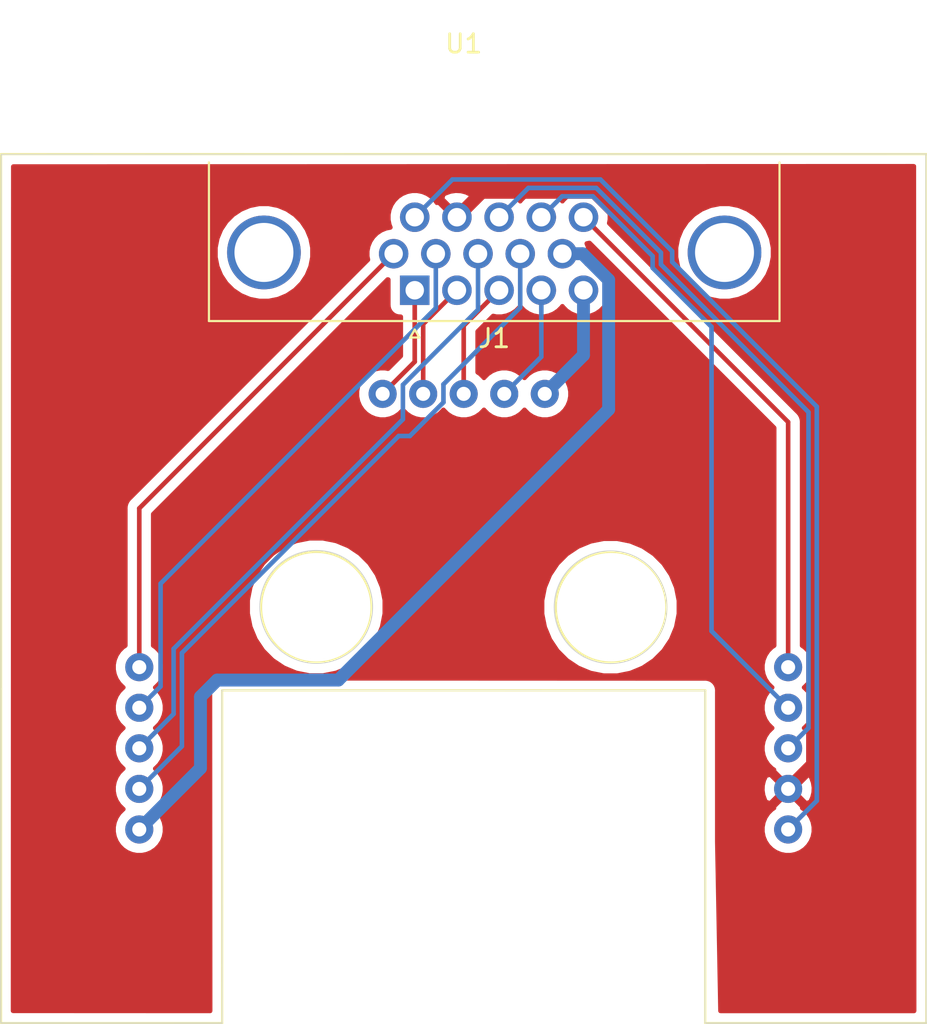
<source format=kicad_pcb>
(kicad_pcb (version 20171130) (host pcbnew 5.1.6-c6e7f7d~87~ubuntu20.04.1)

  (general
    (thickness 1.6)
    (drawings 10)
    (tracks 66)
    (zones 0)
    (modules 2)
    (nets 16)
  )

  (page A4)
  (layers
    (0 F.Cu signal)
    (31 B.Cu signal)
    (32 B.Adhes user)
    (33 F.Adhes user)
    (34 B.Paste user)
    (35 F.Paste user)
    (36 B.SilkS user)
    (37 F.SilkS user)
    (38 B.Mask user)
    (39 F.Mask user)
    (40 Dwgs.User user)
    (41 Cmts.User user)
    (42 Eco1.User user)
    (43 Eco2.User user)
    (44 Edge.Cuts user)
    (45 Margin user)
    (46 B.CrtYd user)
    (47 F.CrtYd user)
    (48 B.Fab user)
    (49 F.Fab user)
  )

  (setup
    (last_trace_width 0.25)
    (trace_clearance 0.2)
    (zone_clearance 0.508)
    (zone_45_only no)
    (trace_min 0.2)
    (via_size 0.8)
    (via_drill 0.4)
    (via_min_size 0.4)
    (via_min_drill 0.3)
    (uvia_size 0.3)
    (uvia_drill 0.1)
    (uvias_allowed no)
    (uvia_min_size 0.2)
    (uvia_min_drill 0.1)
    (edge_width 0.05)
    (segment_width 0.2)
    (pcb_text_width 0.3)
    (pcb_text_size 1.5 1.5)
    (mod_edge_width 0.12)
    (mod_text_size 1 1)
    (mod_text_width 0.15)
    (pad_size 1.524 1.524)
    (pad_drill 0.762)
    (pad_to_mask_clearance 0.05)
    (aux_axis_origin 0 0)
    (visible_elements FFFFFF7F)
    (pcbplotparams
      (layerselection 0x010fc_ffffffff)
      (usegerberextensions false)
      (usegerberattributes true)
      (usegerberadvancedattributes true)
      (creategerberjobfile true)
      (excludeedgelayer true)
      (linewidth 0.100000)
      (plotframeref false)
      (viasonmask false)
      (mode 1)
      (useauxorigin false)
      (hpglpennumber 1)
      (hpglpenspeed 20)
      (hpglpendiameter 15.000000)
      (psnegative false)
      (psa4output false)
      (plotreference true)
      (plotvalue true)
      (plotinvisibletext false)
      (padsonsilk false)
      (subtractmaskfromsilk false)
      (outputformat 1)
      (mirror false)
      (drillshape 1)
      (scaleselection 1)
      (outputdirectory ""))
  )

  (net 0 "")
  (net 1 A1A)
  (net 2 A2A)
  (net 3 A1B)
  (net 4 A2B)
  (net 5 +12V)
  (net 6 Z1A)
  (net 7 Z2A)
  (net 8 Z1B)
  (net 9 Z2B)
  (net 10 +3V3)
  (net 11 pwm)
  (net 12 GND)
  (net 13 limZ)
  (net 14 SCL)
  (net 15 SDA)

  (net_class Default "This is the default net class."
    (clearance 0.2)
    (trace_width 0.25)
    (via_dia 0.8)
    (via_drill 0.4)
    (uvia_dia 0.3)
    (uvia_drill 0.1)
    (add_net A1A)
    (add_net A1B)
    (add_net A2A)
    (add_net A2B)
    (add_net SCL)
    (add_net SDA)
    (add_net Z1A)
    (add_net Z1B)
    (add_net Z2A)
    (add_net Z2B)
    (add_net limZ)
    (add_net pwm)
  )

  (net_class alim ""
    (clearance 0.2)
    (trace_width 0.7)
    (via_dia 0.8)
    (via_drill 0.4)
    (uvia_dia 0.3)
    (uvia_drill 0.1)
    (add_net +12V)
    (add_net +3V3)
    (add_net GND)
  )

  (module Connector_Dsub:DSUB-15-HD_Female_Horizontal_P2.29x1.98mm_EdgePinOffset3.03mm_Housed_MountingHolesOffset4.94mm (layer F.Cu) (tedit 59FEDEE2) (tstamp 620636B0)
    (at 144.483 49.3866 180)
    (descr "15-pin D-Sub connector, horizontal/angled (90 deg), THT-mount, female, pitch 2.29x1.98mm, pin-PCB-offset 3.0300000000000002mm, distance of mounting holes 25mm, distance of mounting holes to PCB edge 4.9399999999999995mm, see https://disti-assets.s3.amazonaws.com/tonar/files/datasheets/16730.pdf")
    (tags "15-pin D-Sub connector horizontal angled 90deg THT female pitch 2.29x1.98mm pin-PCB-offset 3.0300000000000002mm mounting-holes-distance 25mm mounting-hole-offset 25mm")
    (path /62070157)
    (fp_text reference J1 (at -4.315 -2.61) (layer F.SilkS)
      (effects (font (size 1 1) (thickness 0.15)))
    )
    (fp_text value DB15_Female_HighDensity (at -4.315 14.89) (layer F.Fab)
      (effects (font (size 1 1) (thickness 0.15)))
    )
    (fp_line (start 11.65 -2.15) (end -20.25 -2.15) (layer F.CrtYd) (width 0.05))
    (fp_line (start 11.65 13.9) (end 11.65 -2.15) (layer F.CrtYd) (width 0.05))
    (fp_line (start -20.25 13.9) (end 11.65 13.9) (layer F.CrtYd) (width 0.05))
    (fp_line (start -20.25 -2.15) (end -20.25 13.9) (layer F.CrtYd) (width 0.05))
    (fp_line (start 0 -2.131325) (end -0.25 -2.564338) (layer F.SilkS) (width 0.12))
    (fp_line (start 0.25 -2.564338) (end 0 -2.131325) (layer F.SilkS) (width 0.12))
    (fp_line (start -0.25 -2.564338) (end 0.25 -2.564338) (layer F.SilkS) (width 0.12))
    (fp_line (start 11.17 -1.67) (end 11.17 6.93) (layer F.SilkS) (width 0.12))
    (fp_line (start -19.8 -1.67) (end 11.17 -1.67) (layer F.SilkS) (width 0.12))
    (fp_line (start -19.8 6.93) (end -19.8 -1.67) (layer F.SilkS) (width 0.12))
    (fp_line (start 9.785 6.99) (end 9.785 2.05) (layer F.Fab) (width 0.1))
    (fp_line (start 6.585 6.99) (end 6.585 2.05) (layer F.Fab) (width 0.1))
    (fp_line (start -15.215 6.99) (end -15.215 2.05) (layer F.Fab) (width 0.1))
    (fp_line (start -18.415 6.99) (end -18.415 2.05) (layer F.Fab) (width 0.1))
    (fp_line (start 10.685 7.39) (end 5.685 7.39) (layer F.Fab) (width 0.1))
    (fp_line (start 10.685 12.39) (end 10.685 7.39) (layer F.Fab) (width 0.1))
    (fp_line (start 5.685 12.39) (end 10.685 12.39) (layer F.Fab) (width 0.1))
    (fp_line (start 5.685 7.39) (end 5.685 12.39) (layer F.Fab) (width 0.1))
    (fp_line (start -14.315 7.39) (end -19.315 7.39) (layer F.Fab) (width 0.1))
    (fp_line (start -14.315 12.39) (end -14.315 7.39) (layer F.Fab) (width 0.1))
    (fp_line (start -19.315 12.39) (end -14.315 12.39) (layer F.Fab) (width 0.1))
    (fp_line (start -19.315 7.39) (end -19.315 12.39) (layer F.Fab) (width 0.1))
    (fp_line (start 3.835 7.39) (end -12.465 7.39) (layer F.Fab) (width 0.1))
    (fp_line (start 3.835 13.39) (end 3.835 7.39) (layer F.Fab) (width 0.1))
    (fp_line (start -12.465 13.39) (end 3.835 13.39) (layer F.Fab) (width 0.1))
    (fp_line (start -12.465 7.39) (end -12.465 13.39) (layer F.Fab) (width 0.1))
    (fp_line (start 11.11 6.99) (end -19.74 6.99) (layer F.Fab) (width 0.1))
    (fp_line (start 11.11 7.39) (end 11.11 6.99) (layer F.Fab) (width 0.1))
    (fp_line (start -19.74 7.39) (end 11.11 7.39) (layer F.Fab) (width 0.1))
    (fp_line (start -19.74 6.99) (end -19.74 7.39) (layer F.Fab) (width 0.1))
    (fp_line (start 11.11 -1.61) (end -19.74 -1.61) (layer F.Fab) (width 0.1))
    (fp_line (start 11.11 6.99) (end 11.11 -1.61) (layer F.Fab) (width 0.1))
    (fp_line (start -19.74 6.99) (end 11.11 6.99) (layer F.Fab) (width 0.1))
    (fp_line (start -19.74 -1.61) (end -19.74 6.99) (layer F.Fab) (width 0.1))
    (fp_arc (start -16.815 2.05) (end -18.415 2.05) (angle 180) (layer F.Fab) (width 0.1))
    (fp_arc (start 8.185 2.05) (end 6.585 2.05) (angle 180) (layer F.Fab) (width 0.1))
    (fp_text user %R (at -4.315 10.39) (layer F.Fab)
      (effects (font (size 1 1) (thickness 0.15)))
    )
    (pad 1 thru_hole rect (at 0 0 180) (size 1.6 1.6) (drill 1) (layers *.Cu *.Mask)
      (net 1 A1A))
    (pad 2 thru_hole circle (at -2.29 0 180) (size 1.6 1.6) (drill 1) (layers *.Cu *.Mask)
      (net 2 A2A))
    (pad 3 thru_hole circle (at -4.58 0 180) (size 1.6 1.6) (drill 1) (layers *.Cu *.Mask)
      (net 3 A1B))
    (pad 4 thru_hole circle (at -6.87 0 180) (size 1.6 1.6) (drill 1) (layers *.Cu *.Mask)
      (net 4 A2B))
    (pad 5 thru_hole circle (at -9.16 0 180) (size 1.6 1.6) (drill 1) (layers *.Cu *.Mask)
      (net 5 +12V))
    (pad 6 thru_hole circle (at 1.145 1.98 180) (size 1.6 1.6) (drill 1) (layers *.Cu *.Mask)
      (net 6 Z1A))
    (pad 7 thru_hole circle (at -1.145 1.98 180) (size 1.6 1.6) (drill 1) (layers *.Cu *.Mask)
      (net 7 Z2A))
    (pad 8 thru_hole circle (at -3.435 1.98 180) (size 1.6 1.6) (drill 1) (layers *.Cu *.Mask)
      (net 8 Z1B))
    (pad 9 thru_hole circle (at -5.725 1.98 180) (size 1.6 1.6) (drill 1) (layers *.Cu *.Mask)
      (net 9 Z2B))
    (pad 10 thru_hole circle (at -8.015 1.98 180) (size 1.6 1.6) (drill 1) (layers *.Cu *.Mask)
      (net 10 +3V3))
    (pad 11 thru_hole circle (at 0 3.96 180) (size 1.6 1.6) (drill 1) (layers *.Cu *.Mask)
      (net 11 pwm))
    (pad 12 thru_hole circle (at -2.29 3.96 180) (size 1.6 1.6) (drill 1) (layers *.Cu *.Mask)
      (net 12 GND))
    (pad 13 thru_hole circle (at -4.58 3.96 180) (size 1.6 1.6) (drill 1) (layers *.Cu *.Mask)
      (net 13 limZ))
    (pad 14 thru_hole circle (at -6.87 3.96 180) (size 1.6 1.6) (drill 1) (layers *.Cu *.Mask)
      (net 14 SCL))
    (pad 15 thru_hole circle (at -9.16 3.96 180) (size 1.6 1.6) (drill 1) (layers *.Cu *.Mask)
      (net 15 SDA))
    (pad 0 thru_hole circle (at -16.815 2.05 180) (size 4 4) (drill 3.2) (layers *.Cu *.Mask))
    (pad 0 thru_hole circle (at 8.185 2.05 180) (size 4 4) (drill 3.2) (layers *.Cu *.Mask))
    (model ${KISYS3DMOD}/Connector_Dsub.3dshapes/DSUB-15-HD_Female_Horizontal_P2.29x1.98mm_EdgePinOffset3.03mm_Housed_MountingHolesOffset4.94mm.wrl
      (at (xyz 0 0 0))
      (scale (xyz 1 1 1))
      (rotate (xyz 0 0 0))
    )
  )

  (module Pick_n_place_head_PCB:fixed_head_PCB_v1.0 (layer F.Cu) (tedit 620604E4) (tstamp 620636CE)
    (at 147.141 70.0656)
    (path /6206F509)
    (fp_text reference U1 (at 0 -34.044) (layer F.SilkS)
      (effects (font (size 1 1) (thickness 0.15)))
    )
    (fp_text value Pick_and_place_pcb (at 0 -35.044) (layer F.Fab)
      (effects (font (size 1 1) (thickness 0.15)))
    )
    (fp_line (start -25.11 0.94) (end -25.11 -28.06) (layer F.SilkS) (width 0.12))
    (fp_circle (center 8 -3.4917) (end 11 -3.4917) (layer F.SilkS) (width 0.12))
    (fp_circle (center -8 -3.491) (end -5 -3.491) (layer F.SilkS) (width 0.12))
    (fp_line (start -25.11 0.94) (end -25.11 19.06) (layer F.SilkS) (width 0.12))
    (fp_line (start 25.11 -28.06) (end 25.11 19.06) (layer F.SilkS) (width 0.12))
    (fp_line (start -25.11 -28.06) (end 25.11 -28.06) (layer F.SilkS) (width 0.12))
    (fp_line (start 25.11 19.06) (end 13.11 19.06) (layer F.SilkS) (width 0.12))
    (fp_line (start -25.11 19.06) (end -13.11 19.06) (layer F.SilkS) (width 0.12))
    (fp_line (start 13.11 19.06) (end 13.11 1.016) (layer F.SilkS) (width 0.12))
    (fp_line (start 13.11 1.016) (end -13.11 1.016) (layer F.SilkS) (width 0.12))
    (fp_line (start -13.11 1.016) (end -13.11 19.06) (layer F.SilkS) (width 0.12))
    (pad 5 thru_hole circle (at 4.4 -15.06) (size 1.524 1.524) (drill 0.762) (layers *.Cu *.Mask)
      (net 5 +12V))
    (pad 1 thru_hole circle (at -4.4 -15.06) (size 1.524 1.524) (drill 0.762) (layers *.Cu *.Mask)
      (net 1 A1A))
    (pad 4 thru_hole circle (at 2.2 -15.06) (size 1.524 1.524) (drill 0.762) (layers *.Cu *.Mask)
      (net 4 A2B))
    (pad 2 thru_hole circle (at -2.2 -15.06) (size 1.524 1.524) (drill 0.762) (layers *.Cu *.Mask)
      (net 2 A2A))
    (pad 3 thru_hole circle (at 0 -15.06) (size 1.524 1.524) (drill 0.762) (layers *.Cu *.Mask)
      (net 3 A1B))
    (pad 15 thru_hole circle (at -17.61 -0.24) (size 1.524 1.524) (drill 0.762) (layers *.Cu *.Mask)
      (net 6 Z1A))
    (pad 14 thru_hole circle (at -17.61 1.96) (size 1.524 1.524) (drill 0.762) (layers *.Cu *.Mask)
      (net 7 Z2A))
    (pad 13 thru_hole circle (at -17.61 4.16) (size 1.524 1.524) (drill 0.762) (layers *.Cu *.Mask)
      (net 8 Z1B))
    (pad 12 thru_hole circle (at -17.61 6.36) (size 1.524 1.524) (drill 0.762) (layers *.Cu *.Mask)
      (net 9 Z2B))
    (pad 11 thru_hole circle (at -17.61 8.56) (size 1.524 1.524) (drill 0.762) (layers *.Cu *.Mask)
      (net 10 +3V3))
    (pad 6 thru_hole circle (at 17.61 -0.24) (size 1.524 1.524) (drill 0.762) (layers *.Cu *.Mask)
      (net 15 SDA))
    (pad 7 thru_hole circle (at 17.61 1.96) (size 1.524 1.524) (drill 0.762) (layers *.Cu *.Mask)
      (net 14 SCL))
    (pad 8 thru_hole circle (at 17.61 4.16) (size 1.524 1.524) (drill 0.762) (layers *.Cu *.Mask)
      (net 13 limZ))
    (pad 9 thru_hole circle (at 17.61 6.36) (size 1.524 1.524) (drill 0.762) (layers *.Cu *.Mask)
      (net 12 GND))
    (pad 10 thru_hole circle (at 17.61 8.56) (size 1.524 1.524) (drill 0.762) (layers *.Cu *.Mask)
      (net 11 pwm))
  )

  (gr_circle (center 155.10764 66.5734) (end 157.69844 68.18884) (layer Edge.Cuts) (width 0.05))
  (gr_circle (center 139.13612 66.55816) (end 141.5288 68.46824) (layer Edge.Cuts) (width 0.05))
  (gr_line (start 122.0216 89.11844) (end 122.03684 42.02176) (layer Edge.Cuts) (width 0.05) (tstamp 620639CB))
  (gr_line (start 134.0358 89.12352) (end 122.0216 89.11844) (layer Edge.Cuts) (width 0.05))
  (gr_line (start 134.02564 71.08444) (end 134.0358 89.12352) (layer Edge.Cuts) (width 0.05))
  (gr_line (start 160.2486 71.0946) (end 134.02564 71.08444) (layer Edge.Cuts) (width 0.05))
  (gr_line (start 160.2486 89.12352) (end 160.2486 71.0946) (layer Edge.Cuts) (width 0.05))
  (gr_line (start 172.24756 89.12352) (end 160.2486 89.12352) (layer Edge.Cuts) (width 0.05))
  (gr_line (start 172.23232 42.00652) (end 172.24756 89.12352) (layer Edge.Cuts) (width 0.05))
  (gr_line (start 122.03684 42.02176) (end 172.23232 42.00652) (layer Edge.Cuts) (width 0.05))

  (segment (start 142.741 55.0056) (end 144.483 53.2636) (width 0.25) (layer F.Cu) (net 1))
  (segment (start 144.483 53.2636) (end 144.483 49.3866) (width 0.25) (layer F.Cu) (net 1))
  (segment (start 144.941 55.0056) (end 144.941 51.2186) (width 0.25) (layer F.Cu) (net 2))
  (segment (start 144.941 51.2186) (end 146.773 49.3866) (width 0.25) (layer F.Cu) (net 2))
  (segment (start 147.141 55.0056) (end 147.141 51.3086) (width 0.25) (layer F.Cu) (net 3))
  (segment (start 147.141 51.3086) (end 149.063 49.3866) (width 0.25) (layer F.Cu) (net 3))
  (segment (start 149.341 55.0056) (end 151.353 52.9936) (width 0.25) (layer B.Cu) (net 4))
  (segment (start 151.353 52.9936) (end 151.353 49.3866) (width 0.25) (layer B.Cu) (net 4))
  (segment (start 151.541 55.0056) (end 153.643 52.9036) (width 0.7) (layer B.Cu) (net 5))
  (segment (start 153.643 52.9036) (end 153.643 49.3866) (width 0.7) (layer B.Cu) (net 5))
  (segment (start 129.531 69.8256) (end 129.531 61.2136) (width 0.25) (layer F.Cu) (net 6))
  (segment (start 129.531 61.2136) (end 143.338 47.4066) (width 0.25) (layer F.Cu) (net 6))
  (segment (start 129.531 72.0256) (end 130.6876 70.869) (width 0.25) (layer B.Cu) (net 7))
  (segment (start 130.6876 70.869) (end 130.6876 65.2945) (width 0.25) (layer B.Cu) (net 7))
  (segment (start 130.6876 65.2945) (end 145.628 50.3541) (width 0.25) (layer B.Cu) (net 7))
  (segment (start 145.628 50.3541) (end 145.628 47.4066) (width 0.25) (layer B.Cu) (net 7))
  (segment (start 129.531 74.2256) (end 131.3952 72.3614) (width 0.25) (layer B.Cu) (net 8))
  (segment (start 131.3952 72.3614) (end 131.3952 68.8307) (width 0.25) (layer B.Cu) (net 8))
  (segment (start 131.3952 68.8307) (end 143.841 56.3849) (width 0.25) (layer B.Cu) (net 8))
  (segment (start 143.841 56.3849) (end 143.841 54.5187) (width 0.25) (layer B.Cu) (net 8))
  (segment (start 143.841 54.5187) (end 147.918 50.4417) (width 0.25) (layer B.Cu) (net 8))
  (segment (start 147.918 50.4417) (end 147.918 47.4066) (width 0.25) (layer B.Cu) (net 8))
  (segment (start 129.531 76.4256) (end 131.8455 74.1111) (width 0.25) (layer B.Cu) (net 9))
  (segment (start 131.8455 74.1111) (end 131.8455 69.055) (width 0.25) (layer B.Cu) (net 9))
  (segment (start 131.8455 69.055) (end 143.6102 57.2903) (width 0.25) (layer B.Cu) (net 9))
  (segment (start 143.6102 57.2903) (end 144.218 57.2903) (width 0.25) (layer B.Cu) (net 9))
  (segment (start 144.218 57.2903) (end 146.041 55.4673) (width 0.25) (layer B.Cu) (net 9))
  (segment (start 146.041 55.4673) (end 146.041 54.4901) (width 0.25) (layer B.Cu) (net 9))
  (segment (start 146.041 54.4901) (end 150.208 50.3231) (width 0.25) (layer B.Cu) (net 9))
  (segment (start 150.208 50.3231) (end 150.208 47.4066) (width 0.25) (layer B.Cu) (net 9))
  (segment (start 129.531 78.6256) (end 132.8525 75.3041) (width 0.7) (layer B.Cu) (net 10))
  (segment (start 132.8525 75.3041) (end 132.8525 71.4309) (width 0.7) (layer B.Cu) (net 10))
  (segment (start 132.8525 71.4309) (end 133.7594 70.524) (width 0.7) (layer B.Cu) (net 10))
  (segment (start 133.7594 70.524) (end 140.336 70.524) (width 0.7) (layer B.Cu) (net 10))
  (segment (start 140.336 70.524) (end 155.0072 55.8528) (width 0.7) (layer B.Cu) (net 10))
  (segment (start 155.0072 55.8528) (end 155.0072 48.825) (width 0.7) (layer B.Cu) (net 10))
  (segment (start 155.0072 48.825) (end 153.5888 47.4066) (width 0.7) (layer B.Cu) (net 10))
  (segment (start 153.5888 47.4066) (end 152.498 47.4066) (width 0.7) (layer B.Cu) (net 10))
  (segment (start 164.751 78.6256) (end 166.3067 77.0699) (width 0.25) (layer B.Cu) (net 11))
  (segment (start 166.3067 77.0699) (end 166.3067 55.6993) (width 0.25) (layer B.Cu) (net 11))
  (segment (start 166.3067 55.6993) (end 158.4558 47.8484) (width 0.25) (layer B.Cu) (net 11))
  (segment (start 158.4558 47.8484) (end 158.4558 47.2751) (width 0.25) (layer B.Cu) (net 11))
  (segment (start 158.4558 47.2751) (end 154.562 43.3813) (width 0.25) (layer B.Cu) (net 11))
  (segment (start 154.562 43.3813) (end 146.5283 43.3813) (width 0.25) (layer B.Cu) (net 11))
  (segment (start 146.5283 43.3813) (end 144.483 45.4266) (width 0.25) (layer B.Cu) (net 11))
  (segment (start 164.751 76.4256) (end 166.0773 75.0993) (width 0.7) (layer F.Cu) (net 12))
  (segment (start 166.0773 75.0993) (end 166.0773 55.9171) (width 0.7) (layer F.Cu) (net 12))
  (segment (start 166.0773 55.9171) (end 154.2364 44.0762) (width 0.7) (layer F.Cu) (net 12))
  (segment (start 154.2364 44.0762) (end 148.1234 44.0762) (width 0.7) (layer F.Cu) (net 12))
  (segment (start 148.1234 44.0762) (end 146.773 45.4266) (width 0.7) (layer F.Cu) (net 12))
  (segment (start 149.063 45.4266) (end 150.6509 43.8387) (width 0.25) (layer B.Cu) (net 13))
  (segment (start 150.6509 43.8387) (end 154.3336 43.8387) (width 0.25) (layer B.Cu) (net 13))
  (segment (start 154.3336 43.8387) (end 157.8462 47.3513) (width 0.25) (layer B.Cu) (net 13))
  (segment (start 157.8462 47.3513) (end 157.8462 47.9881) (width 0.25) (layer B.Cu) (net 13))
  (segment (start 157.8462 47.9881) (end 165.8563 55.9982) (width 0.25) (layer B.Cu) (net 13))
  (segment (start 165.8563 55.9982) (end 165.8563 73.1203) (width 0.25) (layer B.Cu) (net 13))
  (segment (start 165.8563 73.1203) (end 164.751 74.2256) (width 0.25) (layer B.Cu) (net 13))
  (segment (start 151.353 45.4266) (end 152.4854 44.2942) (width 0.25) (layer B.Cu) (net 14))
  (segment (start 152.4854 44.2942) (end 154.1521 44.2942) (width 0.25) (layer B.Cu) (net 14))
  (segment (start 154.1521 44.2942) (end 157.3959 47.538) (width 0.25) (layer B.Cu) (net 14))
  (segment (start 157.3959 47.538) (end 157.3959 48.1748) (width 0.25) (layer B.Cu) (net 14))
  (segment (start 157.3959 48.1748) (end 160.5926 51.3715) (width 0.25) (layer B.Cu) (net 14))
  (segment (start 160.5926 51.3715) (end 160.5926 67.8672) (width 0.25) (layer B.Cu) (net 14))
  (segment (start 160.5926 67.8672) (end 164.751 72.0256) (width 0.25) (layer B.Cu) (net 14))
  (segment (start 164.751 69.8256) (end 164.751 56.5346) (width 0.25) (layer F.Cu) (net 15))
  (segment (start 164.751 56.5346) (end 153.643 45.4266) (width 0.25) (layer F.Cu) (net 15))

  (zone (net 12) (net_name GND) (layer F.Cu) (tstamp 0) (hatch edge 0.508)
    (connect_pads (clearance 0.508))
    (min_thickness 0.254)
    (fill yes (arc_segments 32) (thermal_gap 0.508) (thermal_bridge_width 0.508))
    (polygon
      (pts
        (xy 171.83608 88.85428) (xy 160.9598 88.74252) (xy 160.61944 70.72376) (xy 133.53796 70.8406) (xy 133.53796 88.85428)
        (xy 122.0978 88.96604) (xy 122.54992 42.545) (xy 171.72432 42.28592)
      )
    )
    (filled_polygon
      (pts
        (xy 171.587347 88.46352) (xy 161.081552 88.46352) (xy 160.9086 79.307389) (xy 160.9086 78.488008) (xy 163.354 78.488008)
        (xy 163.354 78.763192) (xy 163.407686 79.03309) (xy 163.512995 79.287327) (xy 163.66588 79.516135) (xy 163.860465 79.71072)
        (xy 164.089273 79.863605) (xy 164.34351 79.968914) (xy 164.613408 80.0226) (xy 164.888592 80.0226) (xy 165.15849 79.968914)
        (xy 165.412727 79.863605) (xy 165.641535 79.71072) (xy 165.83612 79.516135) (xy 165.989005 79.287327) (xy 166.094314 79.03309)
        (xy 166.148 78.763192) (xy 166.148 78.488008) (xy 166.094314 78.21811) (xy 165.989005 77.963873) (xy 165.83612 77.735065)
        (xy 165.641535 77.54048) (xy 165.51828 77.458123) (xy 165.53696 77.391165) (xy 164.751 76.605205) (xy 163.96504 77.391165)
        (xy 163.98372 77.458123) (xy 163.860465 77.54048) (xy 163.66588 77.735065) (xy 163.512995 77.963873) (xy 163.407686 78.21811)
        (xy 163.354 78.488008) (xy 160.9086 78.488008) (xy 160.9086 76.497617) (xy 163.34909 76.497617) (xy 163.390078 76.769733)
        (xy 163.483364 77.028623) (xy 163.545344 77.14458) (xy 163.785435 77.21156) (xy 164.571395 76.4256) (xy 164.930605 76.4256)
        (xy 165.716565 77.21156) (xy 165.956656 77.14458) (xy 166.073756 76.895552) (xy 166.140023 76.628465) (xy 166.15291 76.353583)
        (xy 166.111922 76.081467) (xy 166.018636 75.822577) (xy 165.956656 75.70662) (xy 165.716565 75.63964) (xy 164.930605 76.4256)
        (xy 164.571395 76.4256) (xy 163.785435 75.63964) (xy 163.545344 75.70662) (xy 163.428244 75.955648) (xy 163.361977 76.222735)
        (xy 163.34909 76.497617) (xy 160.9086 76.497617) (xy 160.9086 71.127138) (xy 160.911792 71.094856) (xy 160.9086 71.062316)
        (xy 160.9086 71.062181) (xy 160.905312 71.028795) (xy 160.8991 70.96547) (xy 160.899063 70.965347) (xy 160.89905 70.965217)
        (xy 160.879915 70.902138) (xy 160.861408 70.841045) (xy 160.861348 70.840933) (xy 160.86131 70.840807) (xy 160.829927 70.782093)
        (xy 160.800167 70.726364) (xy 160.800088 70.726267) (xy 160.800025 70.72615) (xy 160.757691 70.674566) (xy 160.717729 70.625834)
        (xy 160.717632 70.625754) (xy 160.717548 70.625652) (xy 160.666225 70.583532) (xy 160.617263 70.543318) (xy 160.617152 70.543258)
        (xy 160.61705 70.543175) (xy 160.558462 70.511859) (xy 160.50263 70.481989) (xy 160.50251 70.481953) (xy 160.502393 70.48189)
        (xy 160.438467 70.462498) (xy 160.378235 70.444201) (xy 160.378111 70.444189) (xy 160.377983 70.44415) (xy 160.311887 70.43764)
        (xy 160.281274 70.434613) (xy 160.281151 70.434613) (xy 160.2486 70.431407) (xy 160.216304 70.434588) (xy 134.057997 70.424453)
        (xy 134.025267 70.421248) (xy 133.960958 70.427618) (xy 133.89651 70.43394) (xy 133.896207 70.434032) (xy 133.895891 70.434063)
        (xy 133.834117 70.452841) (xy 133.772085 70.471632) (xy 133.771803 70.471782) (xy 133.771502 70.471874) (xy 133.71454 70.502362)
        (xy 133.657404 70.532873) (xy 133.65716 70.533073) (xy 133.65688 70.533223) (xy 133.606832 70.574344) (xy 133.556874 70.615311)
        (xy 133.556673 70.615556) (xy 133.556428 70.615757) (xy 133.515396 70.665811) (xy 133.474358 70.715777) (xy 133.474209 70.716056)
        (xy 133.474008 70.716301) (xy 133.461418 70.739887) (xy 133.447771 70.751186) (xy 133.43206 70.770499) (xy 133.420419 70.792506)
        (xy 133.413295 70.816361) (xy 133.411464 70.835366) (xy 133.394119 70.89266) (xy 133.375241 70.954805) (xy 133.37521 70.955121)
        (xy 133.375118 70.955424) (xy 133.36876 71.020344) (xy 133.362448 71.084184) (xy 133.365658 71.116911) (xy 133.375429 88.463241)
        (xy 122.681813 88.45872) (xy 122.687887 69.688008) (xy 128.134 69.688008) (xy 128.134 69.963192) (xy 128.187686 70.23309)
        (xy 128.292995 70.487327) (xy 128.44588 70.716135) (xy 128.640465 70.91072) (xy 128.662734 70.9256) (xy 128.640465 70.94048)
        (xy 128.44588 71.135065) (xy 128.292995 71.363873) (xy 128.187686 71.61811) (xy 128.134 71.888008) (xy 128.134 72.163192)
        (xy 128.187686 72.43309) (xy 128.292995 72.687327) (xy 128.44588 72.916135) (xy 128.640465 73.11072) (xy 128.662734 73.1256)
        (xy 128.640465 73.14048) (xy 128.44588 73.335065) (xy 128.292995 73.563873) (xy 128.187686 73.81811) (xy 128.134 74.088008)
        (xy 128.134 74.363192) (xy 128.187686 74.63309) (xy 128.292995 74.887327) (xy 128.44588 75.116135) (xy 128.640465 75.31072)
        (xy 128.662734 75.3256) (xy 128.640465 75.34048) (xy 128.44588 75.535065) (xy 128.292995 75.763873) (xy 128.187686 76.01811)
        (xy 128.134 76.288008) (xy 128.134 76.563192) (xy 128.187686 76.83309) (xy 128.292995 77.087327) (xy 128.44588 77.316135)
        (xy 128.640465 77.51072) (xy 128.662734 77.5256) (xy 128.640465 77.54048) (xy 128.44588 77.735065) (xy 128.292995 77.963873)
        (xy 128.187686 78.21811) (xy 128.134 78.488008) (xy 128.134 78.763192) (xy 128.187686 79.03309) (xy 128.292995 79.287327)
        (xy 128.44588 79.516135) (xy 128.640465 79.71072) (xy 128.869273 79.863605) (xy 129.12351 79.968914) (xy 129.393408 80.0226)
        (xy 129.668592 80.0226) (xy 129.93849 79.968914) (xy 130.192727 79.863605) (xy 130.421535 79.71072) (xy 130.61612 79.516135)
        (xy 130.769005 79.287327) (xy 130.874314 79.03309) (xy 130.928 78.763192) (xy 130.928 78.488008) (xy 130.874314 78.21811)
        (xy 130.769005 77.963873) (xy 130.61612 77.735065) (xy 130.421535 77.54048) (xy 130.399266 77.5256) (xy 130.421535 77.51072)
        (xy 130.61612 77.316135) (xy 130.769005 77.087327) (xy 130.874314 76.83309) (xy 130.928 76.563192) (xy 130.928 76.288008)
        (xy 130.874314 76.01811) (xy 130.769005 75.763873) (xy 130.61612 75.535065) (xy 130.421535 75.34048) (xy 130.399266 75.3256)
        (xy 130.421535 75.31072) (xy 130.61612 75.116135) (xy 130.769005 74.887327) (xy 130.874314 74.63309) (xy 130.928 74.363192)
        (xy 130.928 74.088008) (xy 130.874314 73.81811) (xy 130.769005 73.563873) (xy 130.61612 73.335065) (xy 130.421535 73.14048)
        (xy 130.399266 73.1256) (xy 130.421535 73.11072) (xy 130.61612 72.916135) (xy 130.769005 72.687327) (xy 130.874314 72.43309)
        (xy 130.928 72.163192) (xy 130.928 71.888008) (xy 130.874314 71.61811) (xy 130.769005 71.363873) (xy 130.61612 71.135065)
        (xy 130.421535 70.94048) (xy 130.399266 70.9256) (xy 130.421535 70.91072) (xy 130.61612 70.716135) (xy 130.769005 70.487327)
        (xy 130.874314 70.23309) (xy 130.928 69.963192) (xy 130.928 69.688008) (xy 130.874314 69.41811) (xy 130.769005 69.163873)
        (xy 130.61612 68.935065) (xy 130.421535 68.74048) (xy 130.291 68.653259) (xy 130.291 66.19142) (xy 135.412549 66.19142)
        (xy 135.412549 66.9249) (xy 135.555644 67.644286) (xy 135.836334 68.321932) (xy 136.243833 68.931798) (xy 136.762482 69.450447)
        (xy 137.372348 69.857946) (xy 138.049994 70.138636) (xy 138.76938 70.281731) (xy 139.50286 70.281731) (xy 140.222246 70.138636)
        (xy 140.899892 69.857946) (xy 141.509758 69.450447) (xy 142.028407 68.931798) (xy 142.435906 68.321932) (xy 142.716596 67.644286)
        (xy 142.859691 66.9249) (xy 142.859691 66.207485) (xy 151.392439 66.207485) (xy 151.392439 66.939315) (xy 151.535212 67.657084)
        (xy 151.815272 68.333207) (xy 152.221855 68.941702) (xy 152.739338 69.459185) (xy 153.347833 69.865768) (xy 154.023956 70.145828)
        (xy 154.741725 70.288601) (xy 155.473555 70.288601) (xy 156.191324 70.145828) (xy 156.867447 69.865768) (xy 157.475942 69.459185)
        (xy 157.993425 68.941702) (xy 158.400008 68.333207) (xy 158.680068 67.657084) (xy 158.822841 66.939315) (xy 158.822841 66.207485)
        (xy 158.680068 65.489716) (xy 158.400008 64.813593) (xy 157.993425 64.205098) (xy 157.475942 63.687615) (xy 156.867447 63.281032)
        (xy 156.191324 63.000972) (xy 155.473555 62.858199) (xy 154.741725 62.858199) (xy 154.023956 63.000972) (xy 153.347833 63.281032)
        (xy 152.739338 63.687615) (xy 152.221855 64.205098) (xy 151.815272 64.813593) (xy 151.535212 65.489716) (xy 151.392439 66.207485)
        (xy 142.859691 66.207485) (xy 142.859691 66.19142) (xy 142.716596 65.472034) (xy 142.435906 64.794388) (xy 142.028407 64.184522)
        (xy 141.509758 63.665873) (xy 140.899892 63.258374) (xy 140.222246 62.977684) (xy 139.50286 62.834589) (xy 138.76938 62.834589)
        (xy 138.049994 62.977684) (xy 137.372348 63.258374) (xy 136.762482 63.665873) (xy 136.243833 64.184522) (xy 135.836334 64.794388)
        (xy 135.555644 65.472034) (xy 135.412549 66.19142) (xy 130.291 66.19142) (xy 130.291 61.528401) (xy 143.014114 48.805288)
        (xy 143.044928 48.811417) (xy 143.044928 50.1866) (xy 143.057188 50.311082) (xy 143.093498 50.43078) (xy 143.152463 50.541094)
        (xy 143.231815 50.637785) (xy 143.328506 50.717137) (xy 143.43882 50.776102) (xy 143.558518 50.812412) (xy 143.683 50.824672)
        (xy 143.723001 50.824672) (xy 143.723 52.948798) (xy 143.03257 53.639228) (xy 142.878592 53.6086) (xy 142.603408 53.6086)
        (xy 142.33351 53.662286) (xy 142.079273 53.767595) (xy 141.850465 53.92048) (xy 141.65588 54.115065) (xy 141.502995 54.343873)
        (xy 141.397686 54.59811) (xy 141.344 54.868008) (xy 141.344 55.143192) (xy 141.397686 55.41309) (xy 141.502995 55.667327)
        (xy 141.65588 55.896135) (xy 141.850465 56.09072) (xy 142.079273 56.243605) (xy 142.33351 56.348914) (xy 142.603408 56.4026)
        (xy 142.878592 56.4026) (xy 143.14849 56.348914) (xy 143.402727 56.243605) (xy 143.631535 56.09072) (xy 143.82612 55.896135)
        (xy 143.841 55.873866) (xy 143.85588 55.896135) (xy 144.050465 56.09072) (xy 144.279273 56.243605) (xy 144.53351 56.348914)
        (xy 144.803408 56.4026) (xy 145.078592 56.4026) (xy 145.34849 56.348914) (xy 145.602727 56.243605) (xy 145.831535 56.09072)
        (xy 146.02612 55.896135) (xy 146.041 55.873866) (xy 146.05588 55.896135) (xy 146.250465 56.09072) (xy 146.479273 56.243605)
        (xy 146.73351 56.348914) (xy 147.003408 56.4026) (xy 147.278592 56.4026) (xy 147.54849 56.348914) (xy 147.802727 56.243605)
        (xy 148.031535 56.09072) (xy 148.22612 55.896135) (xy 148.241 55.873866) (xy 148.25588 55.896135) (xy 148.450465 56.09072)
        (xy 148.679273 56.243605) (xy 148.93351 56.348914) (xy 149.203408 56.4026) (xy 149.478592 56.4026) (xy 149.74849 56.348914)
        (xy 150.002727 56.243605) (xy 150.231535 56.09072) (xy 150.42612 55.896135) (xy 150.441 55.873866) (xy 150.45588 55.896135)
        (xy 150.650465 56.09072) (xy 150.879273 56.243605) (xy 151.13351 56.348914) (xy 151.403408 56.4026) (xy 151.678592 56.4026)
        (xy 151.94849 56.348914) (xy 152.202727 56.243605) (xy 152.431535 56.09072) (xy 152.62612 55.896135) (xy 152.779005 55.667327)
        (xy 152.884314 55.41309) (xy 152.938 55.143192) (xy 152.938 54.868008) (xy 152.884314 54.59811) (xy 152.779005 54.343873)
        (xy 152.62612 54.115065) (xy 152.431535 53.92048) (xy 152.202727 53.767595) (xy 151.94849 53.662286) (xy 151.678592 53.6086)
        (xy 151.403408 53.6086) (xy 151.13351 53.662286) (xy 150.879273 53.767595) (xy 150.650465 53.92048) (xy 150.45588 54.115065)
        (xy 150.441 54.137334) (xy 150.42612 54.115065) (xy 150.231535 53.92048) (xy 150.002727 53.767595) (xy 149.74849 53.662286)
        (xy 149.478592 53.6086) (xy 149.203408 53.6086) (xy 148.93351 53.662286) (xy 148.679273 53.767595) (xy 148.450465 53.92048)
        (xy 148.25588 54.115065) (xy 148.241 54.137334) (xy 148.22612 54.115065) (xy 148.031535 53.92048) (xy 147.901 53.833259)
        (xy 147.901 51.623401) (xy 148.739114 50.785288) (xy 148.921665 50.8216) (xy 149.204335 50.8216) (xy 149.481574 50.766453)
        (xy 149.742727 50.65828) (xy 149.977759 50.501237) (xy 150.177637 50.301359) (xy 150.208 50.255917) (xy 150.238363 50.301359)
        (xy 150.438241 50.501237) (xy 150.673273 50.65828) (xy 150.934426 50.766453) (xy 151.211665 50.8216) (xy 151.494335 50.8216)
        (xy 151.771574 50.766453) (xy 152.032727 50.65828) (xy 152.267759 50.501237) (xy 152.467637 50.301359) (xy 152.498 50.255917)
        (xy 152.528363 50.301359) (xy 152.728241 50.501237) (xy 152.963273 50.65828) (xy 153.224426 50.766453) (xy 153.501665 50.8216)
        (xy 153.784335 50.8216) (xy 154.061574 50.766453) (xy 154.322727 50.65828) (xy 154.557759 50.501237) (xy 154.757637 50.301359)
        (xy 154.91468 50.066327) (xy 155.022853 49.805174) (xy 155.078 49.527935) (xy 155.078 49.245265) (xy 155.022853 48.968026)
        (xy 154.91468 48.706873) (xy 154.757637 48.471841) (xy 154.557759 48.271963) (xy 154.322727 48.11492) (xy 154.061574 48.006747)
        (xy 153.822353 47.959162) (xy 153.877853 47.825174) (xy 153.933 47.547935) (xy 153.933 47.265265) (xy 153.877853 46.988026)
        (xy 153.822353 46.854038) (xy 153.966887 46.825288) (xy 163.991001 56.849403) (xy 163.991 68.653259) (xy 163.860465 68.74048)
        (xy 163.66588 68.935065) (xy 163.512995 69.163873) (xy 163.407686 69.41811) (xy 163.354 69.688008) (xy 163.354 69.963192)
        (xy 163.407686 70.23309) (xy 163.512995 70.487327) (xy 163.66588 70.716135) (xy 163.860465 70.91072) (xy 163.882734 70.9256)
        (xy 163.860465 70.94048) (xy 163.66588 71.135065) (xy 163.512995 71.363873) (xy 163.407686 71.61811) (xy 163.354 71.888008)
        (xy 163.354 72.163192) (xy 163.407686 72.43309) (xy 163.512995 72.687327) (xy 163.66588 72.916135) (xy 163.860465 73.11072)
        (xy 163.882734 73.1256) (xy 163.860465 73.14048) (xy 163.66588 73.335065) (xy 163.512995 73.563873) (xy 163.407686 73.81811)
        (xy 163.354 74.088008) (xy 163.354 74.363192) (xy 163.407686 74.63309) (xy 163.512995 74.887327) (xy 163.66588 75.116135)
        (xy 163.860465 75.31072) (xy 163.98372 75.393077) (xy 163.96504 75.460035) (xy 164.751 76.245995) (xy 165.53696 75.460035)
        (xy 165.51828 75.393077) (xy 165.641535 75.31072) (xy 165.83612 75.116135) (xy 165.989005 74.887327) (xy 166.094314 74.63309)
        (xy 166.148 74.363192) (xy 166.148 74.088008) (xy 166.094314 73.81811) (xy 165.989005 73.563873) (xy 165.83612 73.335065)
        (xy 165.641535 73.14048) (xy 165.619266 73.1256) (xy 165.641535 73.11072) (xy 165.83612 72.916135) (xy 165.989005 72.687327)
        (xy 166.094314 72.43309) (xy 166.148 72.163192) (xy 166.148 71.888008) (xy 166.094314 71.61811) (xy 165.989005 71.363873)
        (xy 165.83612 71.135065) (xy 165.641535 70.94048) (xy 165.619266 70.9256) (xy 165.641535 70.91072) (xy 165.83612 70.716135)
        (xy 165.989005 70.487327) (xy 166.094314 70.23309) (xy 166.148 69.963192) (xy 166.148 69.688008) (xy 166.094314 69.41811)
        (xy 165.989005 69.163873) (xy 165.83612 68.935065) (xy 165.641535 68.74048) (xy 165.511 68.653259) (xy 165.511 56.571922)
        (xy 165.514676 56.534599) (xy 165.511 56.497276) (xy 165.511 56.497267) (xy 165.500003 56.385614) (xy 165.456546 56.242353)
        (xy 165.385974 56.110324) (xy 165.291001 55.994599) (xy 165.262003 55.970801) (xy 156.368277 47.077075) (xy 158.663 47.077075)
        (xy 158.663 47.596125) (xy 158.764261 48.105201) (xy 158.962893 48.584741) (xy 159.251262 49.016315) (xy 159.618285 49.383338)
        (xy 160.049859 49.671707) (xy 160.529399 49.870339) (xy 161.038475 49.9716) (xy 161.557525 49.9716) (xy 162.066601 49.870339)
        (xy 162.546141 49.671707) (xy 162.977715 49.383338) (xy 163.344738 49.016315) (xy 163.633107 48.584741) (xy 163.831739 48.105201)
        (xy 163.933 47.596125) (xy 163.933 47.077075) (xy 163.831739 46.567999) (xy 163.633107 46.088459) (xy 163.344738 45.656885)
        (xy 162.977715 45.289862) (xy 162.546141 45.001493) (xy 162.066601 44.802861) (xy 161.557525 44.7016) (xy 161.038475 44.7016)
        (xy 160.529399 44.802861) (xy 160.049859 45.001493) (xy 159.618285 45.289862) (xy 159.251262 45.656885) (xy 158.962893 46.088459)
        (xy 158.764261 46.567999) (xy 158.663 47.077075) (xy 156.368277 47.077075) (xy 155.041688 45.750487) (xy 155.078 45.567935)
        (xy 155.078 45.285265) (xy 155.022853 45.008026) (xy 154.91468 44.746873) (xy 154.757637 44.511841) (xy 154.557759 44.311963)
        (xy 154.322727 44.15492) (xy 154.061574 44.046747) (xy 153.784335 43.9916) (xy 153.501665 43.9916) (xy 153.224426 44.046747)
        (xy 152.963273 44.15492) (xy 152.728241 44.311963) (xy 152.528363 44.511841) (xy 152.498 44.557283) (xy 152.467637 44.511841)
        (xy 152.267759 44.311963) (xy 152.032727 44.15492) (xy 151.771574 44.046747) (xy 151.494335 43.9916) (xy 151.211665 43.9916)
        (xy 150.934426 44.046747) (xy 150.673273 44.15492) (xy 150.438241 44.311963) (xy 150.238363 44.511841) (xy 150.208 44.557283)
        (xy 150.177637 44.511841) (xy 149.977759 44.311963) (xy 149.742727 44.15492) (xy 149.481574 44.046747) (xy 149.204335 43.9916)
        (xy 148.921665 43.9916) (xy 148.644426 44.046747) (xy 148.383273 44.15492) (xy 148.148241 44.311963) (xy 147.948363 44.511841)
        (xy 147.861628 44.641649) (xy 147.765702 44.613503) (xy 146.952605 45.4266) (xy 146.966748 45.440743) (xy 146.787143 45.620348)
        (xy 146.773 45.606205) (xy 146.758858 45.620348) (xy 146.579253 45.440743) (xy 146.593395 45.4266) (xy 145.780298 44.613503)
        (xy 145.684372 44.641649) (xy 145.597637 44.511841) (xy 145.519694 44.433898) (xy 145.959903 44.433898) (xy 146.773 45.246995)
        (xy 147.586097 44.433898) (xy 147.514514 44.189929) (xy 147.259004 44.069029) (xy 146.984816 44.0003) (xy 146.702488 43.986383)
        (xy 146.42287 44.027813) (xy 146.156708 44.122997) (xy 146.031486 44.189929) (xy 145.959903 44.433898) (xy 145.519694 44.433898)
        (xy 145.397759 44.311963) (xy 145.162727 44.15492) (xy 144.901574 44.046747) (xy 144.624335 43.9916) (xy 144.341665 43.9916)
        (xy 144.064426 44.046747) (xy 143.803273 44.15492) (xy 143.568241 44.311963) (xy 143.368363 44.511841) (xy 143.21132 44.746873)
        (xy 143.103147 45.008026) (xy 143.048 45.285265) (xy 143.048 45.567935) (xy 143.103147 45.845174) (xy 143.158647 45.979162)
        (xy 142.919426 46.026747) (xy 142.658273 46.13492) (xy 142.423241 46.291963) (xy 142.223363 46.491841) (xy 142.06632 46.726873)
        (xy 141.958147 46.988026) (xy 141.903 47.265265) (xy 141.903 47.547935) (xy 141.939312 47.730486) (xy 129.019998 60.649801)
        (xy 128.991 60.673599) (xy 128.967202 60.702597) (xy 128.967201 60.702598) (xy 128.896026 60.789324) (xy 128.825454 60.921354)
        (xy 128.781998 61.064615) (xy 128.767324 61.2136) (xy 128.771001 61.250932) (xy 128.771 68.653259) (xy 128.640465 68.74048)
        (xy 128.44588 68.935065) (xy 128.292995 69.163873) (xy 128.187686 69.41811) (xy 128.134 69.688008) (xy 122.687887 69.688008)
        (xy 122.695203 47.077075) (xy 133.663 47.077075) (xy 133.663 47.596125) (xy 133.764261 48.105201) (xy 133.962893 48.584741)
        (xy 134.251262 49.016315) (xy 134.618285 49.383338) (xy 135.049859 49.671707) (xy 135.529399 49.870339) (xy 136.038475 49.9716)
        (xy 136.557525 49.9716) (xy 137.066601 49.870339) (xy 137.546141 49.671707) (xy 137.977715 49.383338) (xy 138.344738 49.016315)
        (xy 138.633107 48.584741) (xy 138.831739 48.105201) (xy 138.933 47.596125) (xy 138.933 47.077075) (xy 138.831739 46.567999)
        (xy 138.633107 46.088459) (xy 138.344738 45.656885) (xy 137.977715 45.289862) (xy 137.546141 45.001493) (xy 137.066601 44.802861)
        (xy 136.557525 44.7016) (xy 136.038475 44.7016) (xy 135.529399 44.802861) (xy 135.049859 45.001493) (xy 134.618285 45.289862)
        (xy 134.251262 45.656885) (xy 133.962893 46.088459) (xy 133.764261 46.567999) (xy 133.663 47.077075) (xy 122.695203 47.077075)
        (xy 122.696626 42.681559) (xy 171.572534 42.66672)
      )
    )
  )
)

</source>
